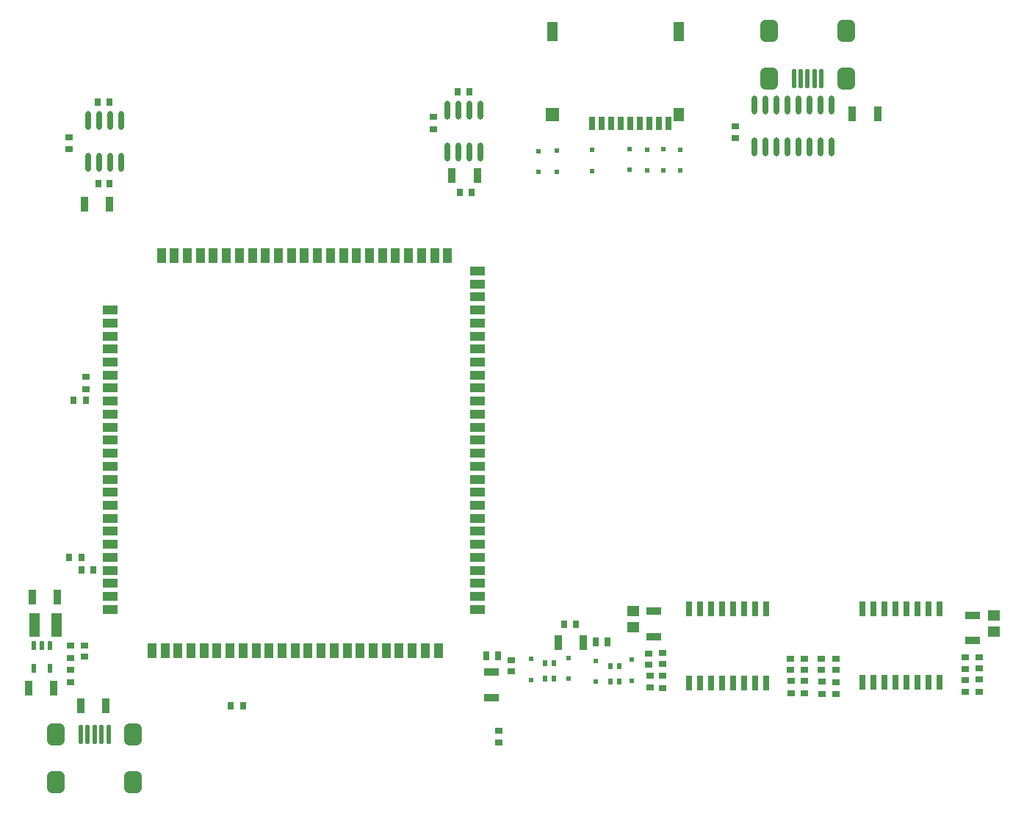
<source format=gtp>
G04*
G04 #@! TF.GenerationSoftware,Altium Limited,Altium NEXUS,2.0.14 (187)*
G04*
G04 Layer_Color=8421504*
%FSLAX44Y44*%
%MOMM*%
G71*
G01*
G75*
G04:AMPARAMS|DCode=20|XSize=2mm|YSize=2.5mm|CornerRadius=0.5mm|HoleSize=0mm|Usage=FLASHONLY|Rotation=180.000|XOffset=0mm|YOffset=0mm|HoleType=Round|Shape=RoundedRectangle|*
%AMROUNDEDRECTD20*
21,1,2.0000,1.5000,0,0,180.0*
21,1,1.0000,2.5000,0,0,180.0*
1,1,1.0000,-0.5000,0.7500*
1,1,1.0000,0.5000,0.7500*
1,1,1.0000,0.5000,-0.7500*
1,1,1.0000,-0.5000,-0.7500*
%
%ADD20ROUNDEDRECTD20*%
%ADD21O,0.5000X2.3000*%
%ADD22O,0.6000X2.2000*%
%ADD23R,0.9000X1.8000*%
%ADD24R,0.9000X0.8000*%
%ADD25R,0.8000X0.9000*%
%ADD26R,1.8000X1.1000*%
%ADD27R,1.1000X1.8000*%
%ADD28R,0.9000X0.8000*%
%ADD29R,0.5000X0.5000*%
%ADD30R,0.5500X1.0000*%
%ADD31R,1.4000X1.2000*%
%ADD32R,0.8000X0.9000*%
%ADD33R,0.7620X1.6510*%
%ADD34R,1.8000X0.9000*%
%ADD35R,0.7400X0.9900*%
%ADD36R,0.6000X0.6500*%
%ADD37R,0.7000X1.6000*%
%ADD38R,1.2000X1.5000*%
%ADD39R,1.6000X1.5000*%
%ADD40R,1.2000X2.2000*%
%ADD41R,1.2000X2.8000*%
D20*
X910750Y830250D02*
D03*
X999750D02*
D03*
X999750Y885250D02*
D03*
X910750D02*
D03*
X178000Y74000D02*
D03*
X89000D02*
D03*
Y19000D02*
D03*
X178000D02*
D03*
D21*
X939250Y830250D02*
D03*
X947250D02*
D03*
X971250D02*
D03*
X963250D02*
D03*
X955250D02*
D03*
X149500Y74000D02*
D03*
X141500D02*
D03*
X117500D02*
D03*
X125500D02*
D03*
X133500D02*
D03*
D22*
X982450Y799250D02*
D03*
X969750D02*
D03*
X957050D02*
D03*
X944350D02*
D03*
X931650D02*
D03*
X918950D02*
D03*
X906250D02*
D03*
X893550D02*
D03*
X982450Y751250D02*
D03*
X969750D02*
D03*
X957050D02*
D03*
X944350D02*
D03*
X931650D02*
D03*
X918950D02*
D03*
X906250D02*
D03*
X893550D02*
D03*
X578300Y793250D02*
D03*
X565600D02*
D03*
X552900D02*
D03*
X540200D02*
D03*
X578300Y745250D02*
D03*
X565600D02*
D03*
X552900D02*
D03*
X540200D02*
D03*
X164050Y781250D02*
D03*
X151350D02*
D03*
X138650Y781250D02*
D03*
X125950D02*
D03*
X164050Y733250D02*
D03*
X151350D02*
D03*
X138650Y733250D02*
D03*
X125950Y733250D02*
D03*
D23*
X1006750Y789250D02*
D03*
X1035750D02*
D03*
X146500Y106750D02*
D03*
X117500D02*
D03*
X696459Y179500D02*
D03*
X667459D02*
D03*
X574500Y718500D02*
D03*
X545500D02*
D03*
X150500Y685500D02*
D03*
X121500D02*
D03*
X61250Y231750D02*
D03*
X90250D02*
D03*
X86000Y127500D02*
D03*
X57000D02*
D03*
D24*
X872250Y774500D02*
D03*
Y761500D02*
D03*
X613500Y146250D02*
D03*
Y159250D02*
D03*
X122000Y176250D02*
D03*
Y163250D02*
D03*
X935750Y148250D02*
D03*
Y161250D02*
D03*
X951750Y148250D02*
D03*
Y161250D02*
D03*
X787750Y154750D02*
D03*
Y167750D02*
D03*
X1153250Y150000D02*
D03*
Y163000D02*
D03*
X971000Y148250D02*
D03*
Y161250D02*
D03*
X772250Y154250D02*
D03*
Y167250D02*
D03*
X988250Y148000D02*
D03*
Y161000D02*
D03*
X1136750Y149500D02*
D03*
Y162500D02*
D03*
D25*
X104182Y277750D02*
D03*
X118182D02*
D03*
X109250Y459250D02*
D03*
X123250D02*
D03*
X304250Y106500D02*
D03*
X290250D02*
D03*
X136750Y802750D02*
D03*
X150750D02*
D03*
X551750Y814500D02*
D03*
X565750D02*
D03*
X118250Y263250D02*
D03*
X132250D02*
D03*
D26*
X150999Y563000D02*
D03*
Y548000D02*
D03*
Y533000D02*
D03*
Y518000D02*
D03*
Y503000D02*
D03*
Y488000D02*
D03*
Y473000D02*
D03*
Y458000D02*
D03*
Y443000D02*
D03*
Y218000D02*
D03*
Y233000D02*
D03*
Y248000D02*
D03*
Y263000D02*
D03*
Y278000D02*
D03*
Y293000D02*
D03*
Y308000D02*
D03*
Y323000D02*
D03*
Y338000D02*
D03*
Y353000D02*
D03*
Y368000D02*
D03*
Y383000D02*
D03*
Y398000D02*
D03*
Y413000D02*
D03*
Y428000D02*
D03*
X574499Y578000D02*
D03*
Y563000D02*
D03*
Y548000D02*
D03*
Y533000D02*
D03*
Y518000D02*
D03*
Y503000D02*
D03*
Y488000D02*
D03*
Y473000D02*
D03*
Y458000D02*
D03*
Y443000D02*
D03*
Y428000D02*
D03*
Y413000D02*
D03*
Y398000D02*
D03*
Y383000D02*
D03*
Y368000D02*
D03*
Y353000D02*
D03*
Y338000D02*
D03*
Y323000D02*
D03*
Y308000D02*
D03*
Y293000D02*
D03*
Y278000D02*
D03*
Y263000D02*
D03*
Y248000D02*
D03*
Y233000D02*
D03*
Y218000D02*
D03*
Y593000D02*
D03*
Y608000D02*
D03*
D27*
X210249Y625500D02*
D03*
X225249D02*
D03*
X529499Y170000D02*
D03*
X514499D02*
D03*
X499499D02*
D03*
X484499D02*
D03*
X469499D02*
D03*
X454499D02*
D03*
X439499D02*
D03*
X424499D02*
D03*
X409499D02*
D03*
X394499D02*
D03*
X379499D02*
D03*
X364499D02*
D03*
X349499D02*
D03*
X334499D02*
D03*
X319499D02*
D03*
X304499D02*
D03*
X289499D02*
D03*
X274499D02*
D03*
X259499D02*
D03*
X244499D02*
D03*
X229499D02*
D03*
X214499D02*
D03*
X199499D02*
D03*
X540249Y625500D02*
D03*
X525249D02*
D03*
X510249D02*
D03*
X495249D02*
D03*
X480249D02*
D03*
X465249D02*
D03*
X450249D02*
D03*
X435249D02*
D03*
X420249D02*
D03*
X405249D02*
D03*
X390249D02*
D03*
X375249D02*
D03*
X360249D02*
D03*
X345249D02*
D03*
X330249D02*
D03*
X315249D02*
D03*
X300249D02*
D03*
X285249D02*
D03*
X270249D02*
D03*
X255249D02*
D03*
X240249D02*
D03*
D28*
X105750Y148250D02*
D03*
Y134250D02*
D03*
X105500Y176250D02*
D03*
Y162250D02*
D03*
X599500Y64250D02*
D03*
Y78250D02*
D03*
X104250Y748500D02*
D03*
Y762500D02*
D03*
X523500Y771750D02*
D03*
Y785750D02*
D03*
X936250Y121250D02*
D03*
Y135250D02*
D03*
X951500Y121250D02*
D03*
Y135250D02*
D03*
X787750Y127500D02*
D03*
Y141500D02*
D03*
X1152750Y123250D02*
D03*
Y137250D02*
D03*
X971500Y120750D02*
D03*
Y134750D02*
D03*
X988250Y120250D02*
D03*
Y134250D02*
D03*
X1137000Y122500D02*
D03*
Y136500D02*
D03*
X773500Y127750D02*
D03*
Y141750D02*
D03*
X123478Y486000D02*
D03*
Y472000D02*
D03*
D29*
X711000Y158750D02*
D03*
Y134750D02*
D03*
X636750Y160750D02*
D03*
Y136750D02*
D03*
X679500Y162250D02*
D03*
Y138250D02*
D03*
X752750Y159750D02*
D03*
Y135750D02*
D03*
X808750Y724000D02*
D03*
Y748000D02*
D03*
X770000Y723750D02*
D03*
Y747750D02*
D03*
X789000Y724250D02*
D03*
Y748250D02*
D03*
X749750Y724750D02*
D03*
Y748750D02*
D03*
X645250Y722250D02*
D03*
Y746250D02*
D03*
X666500Y722500D02*
D03*
Y746500D02*
D03*
X706750Y723500D02*
D03*
Y747500D02*
D03*
D30*
X82000Y176500D02*
D03*
X72500D02*
D03*
X63000D02*
D03*
Y150000D02*
D03*
X82000D02*
D03*
D31*
X754500Y215750D02*
D03*
Y197750D02*
D03*
X1169750Y210750D02*
D03*
Y192750D02*
D03*
D32*
X688000Y201000D02*
D03*
X675000D02*
D03*
X150750Y709000D02*
D03*
X137750D02*
D03*
X567749Y698250D02*
D03*
X554749D02*
D03*
D33*
X856400Y218552D02*
D03*
Y133451D02*
D03*
X869100Y218552D02*
D03*
Y133451D02*
D03*
X894500D02*
D03*
X831000D02*
D03*
X907200Y218552D02*
D03*
X881800D02*
D03*
X843700D02*
D03*
X818300D02*
D03*
X907200Y133451D02*
D03*
X881800D02*
D03*
X843700D02*
D03*
X818300D02*
D03*
X831000Y218552D02*
D03*
X894500D02*
D03*
X1056650Y218800D02*
D03*
Y133700D02*
D03*
X1069350Y218800D02*
D03*
X1069350Y133700D02*
D03*
X1094750D02*
D03*
X1031250D02*
D03*
X1107450Y218800D02*
D03*
X1082050D02*
D03*
X1043950D02*
D03*
X1018550Y218800D02*
D03*
X1107450Y133700D02*
D03*
X1082050Y133700D02*
D03*
X1043950D02*
D03*
X1018550D02*
D03*
X1031250Y218800D02*
D03*
X1094750D02*
D03*
D34*
X777750Y215750D02*
D03*
Y186750D02*
D03*
X1145750Y211250D02*
D03*
Y182250D02*
D03*
X590750Y145500D02*
D03*
Y116500D02*
D03*
D35*
X598850Y164750D02*
D03*
X584650D02*
D03*
X710650Y180750D02*
D03*
X724850D02*
D03*
D36*
X652750Y155500D02*
D03*
Y138000D02*
D03*
X662750D02*
D03*
Y155500D02*
D03*
X728250Y152250D02*
D03*
Y134750D02*
D03*
X738250D02*
D03*
Y152250D02*
D03*
D37*
X794750Y778250D02*
D03*
X783750D02*
D03*
X772750D02*
D03*
X761750Y778250D02*
D03*
X750750Y778250D02*
D03*
X739750D02*
D03*
X728750Y778250D02*
D03*
X717750D02*
D03*
X706750Y778250D02*
D03*
D38*
X806750Y788250D02*
D03*
D39*
X660750Y788250D02*
D03*
D40*
X660750Y884250D02*
D03*
X806750Y884250D02*
D03*
D41*
X64250Y200250D02*
D03*
X89250D02*
D03*
M02*

</source>
